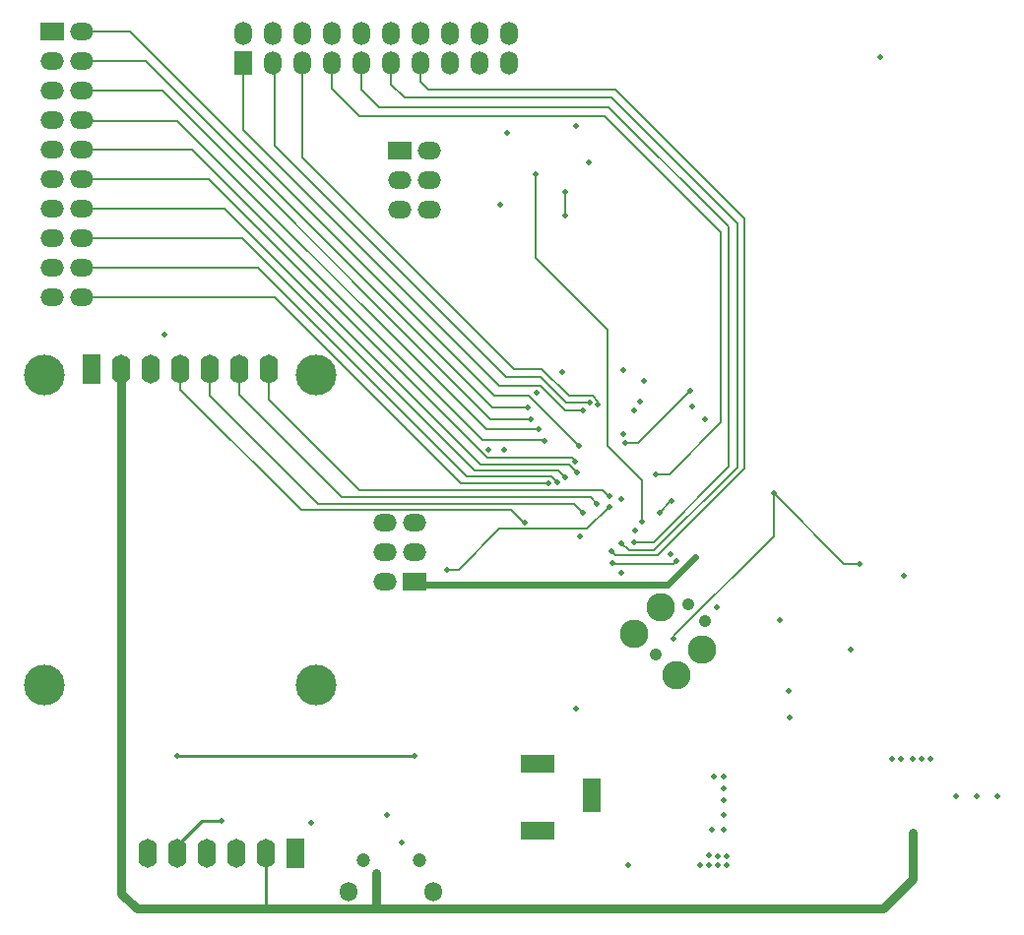
<source format=gbl>
G04*
G04 #@! TF.GenerationSoftware,Altium Limited,Altium Designer,19.0.15 (446)*
G04*
G04 Layer_Physical_Order=4*
G04 Layer_Color=16711680*
%FSLAX25Y25*%
%MOIN*%
G70*
G01*
G75*
%ADD11C,0.00787*%
%ADD13C,0.02362*%
%ADD17C,0.01000*%
%ADD79O,0.05906X0.06693*%
%ADD80C,0.04724*%
%ADD81O,0.06299X0.09843*%
%ADD82R,0.06299X0.09843*%
%ADD83C,0.13780*%
%ADD84C,0.04201*%
%ADD85C,0.09650*%
%ADD86R,0.11811X0.05906*%
%ADD87R,0.05906X0.11811*%
%ADD88O,0.05906X0.07874*%
%ADD89R,0.05906X0.07874*%
%ADD90O,0.07874X0.05906*%
%ADD91R,0.07874X0.05906*%
%ADD92C,0.01968*%
%ADD100C,0.03150*%
D11*
X32000Y220800D02*
X91000D01*
X31200D02*
X32000D01*
X31200Y220000D02*
X32000Y220800D01*
X91000D02*
X161600Y150200D01*
X190300D02*
X192400Y148100D01*
X161600Y150200D02*
X190300D01*
X125265Y145535D02*
X207656D01*
X209774Y143416D01*
X210000D01*
X94787Y176013D02*
X125265Y145535D01*
X168567Y156533D02*
X197167D01*
X74300Y250800D02*
X168567Y156533D01*
X31200Y250800D02*
X74300D01*
X169700Y169600D02*
X183200D01*
X58500Y280800D02*
X169700Y169600D01*
X31200Y280800D02*
X58500D01*
X52900Y290800D02*
X170200Y173500D01*
X31200Y290800D02*
X52900D01*
X170200Y173500D02*
X182200D01*
X171100Y177500D02*
X182573D01*
X47800Y300800D02*
X171100Y177500D01*
X31200Y300800D02*
X47800D01*
X172735Y180765D02*
X186635D01*
X86100Y267400D02*
X172735Y180765D01*
X86100Y267400D02*
Y290000D01*
X164300Y152300D02*
X192700D01*
X85800Y230800D02*
X164300Y152300D01*
X32000Y230800D02*
X85800D01*
X166400Y154200D02*
X196200D01*
X79800Y240800D02*
X166400Y154200D01*
X31200Y240800D02*
X79800D01*
X96516Y210800D02*
X159616Y147700D01*
X31200Y210800D02*
X96516D01*
X159616Y147700D02*
X189400D01*
X167045Y162454D02*
X187848D01*
X68700Y260800D02*
X167045Y162454D01*
X31200Y260800D02*
X68700D01*
X168204Y166172D02*
X186000D01*
X63776Y270600D02*
X168204Y166172D01*
X32100Y270600D02*
X63776D01*
X174900Y183800D02*
X186600D01*
X96600Y262100D02*
X174900Y183800D01*
X96600Y262100D02*
Y289500D01*
X177700Y186500D02*
X187100D01*
X106100Y258100D02*
X177700Y186500D01*
X106100Y258100D02*
Y290000D01*
X210700Y278400D02*
X253200Y235900D01*
X140500Y278400D02*
X210700D01*
X136100Y282800D02*
X140500Y278400D01*
X212100Y281300D02*
X255800Y237600D01*
X148600Y281300D02*
X212100D01*
X146100Y283800D02*
X148600Y281300D01*
X209800Y275300D02*
X250400Y234700D01*
X132000Y275300D02*
X209800D01*
X126100Y281200D02*
X132000Y275300D01*
X208200Y272300D02*
X247800Y232700D01*
X125200Y272300D02*
X208200D01*
X116100Y281400D02*
X125200Y272300D01*
X215200Y161600D02*
X219700D01*
X237300Y179200D01*
X231787Y95205D02*
Y96187D01*
X265500Y129900D01*
X211100Y120600D02*
X231718D01*
X146100Y283800D02*
Y290000D01*
X96100D02*
X96600Y289500D01*
X116100Y281400D02*
Y290000D01*
X265500Y129900D02*
Y144400D01*
X289231Y120669D02*
X294787D01*
X265500Y144400D02*
X289231Y120669D01*
X126100Y281200D02*
Y290000D01*
X154700Y118536D02*
X158867D01*
X172769Y132438D01*
X227000Y138000D02*
X230782Y141782D01*
X111300Y140900D02*
X198100D01*
X74787Y177413D02*
X111300Y140900D01*
X74787Y177413D02*
Y186669D01*
X105700Y138700D02*
X176750D01*
X64787Y179613D02*
X105700Y138700D01*
X64787Y179613D02*
Y186669D01*
X119400Y143100D02*
X203510D01*
X84787Y177713D02*
X119400Y143100D01*
X84787Y177713D02*
Y186669D01*
X94787Y176013D02*
Y186669D01*
X203510Y143100D02*
X205610Y141000D01*
X198100Y140900D02*
X201000Y138000D01*
X176750Y138700D02*
X180847Y134603D01*
X247800Y168400D02*
Y232700D01*
X230169Y150769D02*
X247800Y168400D01*
X136100Y282800D02*
Y290000D01*
X250400Y153400D02*
Y234700D01*
X253200Y153200D02*
Y235900D01*
X231718Y120600D02*
X232787Y121669D01*
X225004Y128004D02*
X250400Y153400D01*
X225100Y125100D02*
X253200Y153200D01*
X255800Y152800D02*
Y237600D01*
X226400Y123400D02*
X255800Y152800D01*
X218413Y128004D02*
X225004D01*
X216500Y125100D02*
X225100D01*
X212062Y123400D02*
X226400D01*
X210562Y124900D02*
X212062Y123400D01*
X210500Y124900D02*
X210562D01*
X214000Y127600D02*
X216500Y125100D01*
X225600Y150769D02*
X230169D01*
X206100Y174500D02*
Y175462D01*
X204197Y177365D02*
X206100Y175462D01*
X196235Y177365D02*
X204197D01*
X194900Y172500D02*
X201100D01*
X186635Y180765D02*
X194900Y172500D01*
X195200Y175200D02*
X203300D01*
X186600Y183800D02*
X195200Y175200D01*
X187100Y186500D02*
X196235Y177365D01*
X182573Y177500D02*
X199673Y160400D01*
X209400Y160600D02*
X221000Y149000D01*
X209400Y160600D02*
Y199900D01*
X221000Y135000D02*
Y149000D01*
X185000Y224300D02*
X209400Y199900D01*
X185000Y224300D02*
Y252400D01*
X197167Y156533D02*
X198400Y155300D01*
X196200Y154200D02*
X198900Y151500D01*
X192700Y152300D02*
X195000Y150000D01*
Y238700D02*
Y246400D01*
Y238700D02*
X195100Y238600D01*
X230782Y141782D02*
X231000D01*
X202881Y175619D02*
X203300Y175200D01*
X172769Y132438D02*
X202438D01*
X210000Y140000D01*
X180847Y134603D02*
X181283D01*
D13*
X144900Y113600D02*
X229707D01*
X144000Y114500D02*
X144900Y113600D01*
X229707D02*
X238976Y122869D01*
D17*
X63787Y55669D02*
X144000D01*
X71957Y33354D02*
X78787D01*
X63787Y25185D02*
X71957Y33354D01*
X63787Y22669D02*
Y25185D01*
X93787Y4000D02*
Y22669D01*
D79*
X121752Y9669D02*
D03*
X150295D02*
D03*
D80*
X145571Y20276D02*
D03*
X126476Y20274D02*
D03*
D81*
X54787Y186669D02*
D03*
X44787D02*
D03*
X64787D02*
D03*
X84787D02*
D03*
X74787D02*
D03*
X94787D02*
D03*
X63787Y22669D02*
D03*
X73787D02*
D03*
X93787D02*
D03*
X83787D02*
D03*
X53787D02*
D03*
D82*
X34787Y186669D02*
D03*
X103787Y22669D02*
D03*
D83*
X18787Y184669D02*
D03*
X110787D02*
D03*
Y79669D02*
D03*
X18787D02*
D03*
D84*
X225484Y89902D02*
D03*
X236798Y106872D02*
D03*
X242455Y101215D02*
D03*
D85*
X218413Y96973D02*
D03*
X232555Y82830D02*
D03*
X227252Y105811D02*
D03*
X241394Y91669D02*
D03*
D86*
X185787Y30150D02*
D03*
Y52787D02*
D03*
D87*
X204095Y42158D02*
D03*
D88*
X175900Y300200D02*
D03*
X165900D02*
D03*
X155900D02*
D03*
X145900D02*
D03*
X135900D02*
D03*
X125900D02*
D03*
X115900D02*
D03*
X105900D02*
D03*
X95900D02*
D03*
X85900D02*
D03*
X95900Y290200D02*
D03*
X105900D02*
D03*
X115900D02*
D03*
X125900D02*
D03*
X135900D02*
D03*
X145900D02*
D03*
X155900D02*
D03*
X165900D02*
D03*
X175900D02*
D03*
D89*
X85900D02*
D03*
D90*
X31200Y210800D02*
D03*
Y220800D02*
D03*
Y230800D02*
D03*
Y240800D02*
D03*
Y250800D02*
D03*
Y260800D02*
D03*
Y270800D02*
D03*
Y280800D02*
D03*
Y290800D02*
D03*
Y300800D02*
D03*
X21200Y290800D02*
D03*
Y280800D02*
D03*
Y270800D02*
D03*
Y260800D02*
D03*
Y250800D02*
D03*
Y240800D02*
D03*
Y230800D02*
D03*
Y220800D02*
D03*
Y210800D02*
D03*
X139087Y240569D02*
D03*
Y250569D02*
D03*
X149087Y260569D02*
D03*
Y250569D02*
D03*
Y240569D02*
D03*
X134000Y134500D02*
D03*
Y124500D02*
D03*
Y114500D02*
D03*
X144000Y124500D02*
D03*
Y134500D02*
D03*
D91*
X21200Y300800D02*
D03*
X139087Y260569D02*
D03*
X144000Y114500D02*
D03*
D92*
X130905Y15811D02*
D03*
X139787Y26169D02*
D03*
X192400Y148100D02*
D03*
X168900Y159262D02*
D03*
X198800Y268700D02*
D03*
X215200Y161600D02*
D03*
X175200Y266500D02*
D03*
X246300Y105811D02*
D03*
X231787Y95205D02*
D03*
X309787Y116669D02*
D03*
X155000Y118536D02*
D03*
X291787Y91614D02*
D03*
X108815Y32900D02*
D03*
X221787Y182669D02*
D03*
X242387Y169369D02*
D03*
X220311Y175669D02*
D03*
X218300Y172500D02*
D03*
X231000Y141782D02*
D03*
X227000Y138000D02*
D03*
X218500Y131700D02*
D03*
X232787Y121669D02*
D03*
X230529Y123800D02*
D03*
X238976Y122869D02*
D03*
X214100Y117500D02*
D03*
X211100Y120700D02*
D03*
X185300Y178600D02*
D03*
X216150Y18669D02*
D03*
X218413Y128004D02*
D03*
X210500Y124900D02*
D03*
X214000Y127600D02*
D03*
X225600Y150769D02*
D03*
X193900Y185400D02*
D03*
X237300Y179200D02*
D03*
X265500Y144400D02*
D03*
X189400Y147700D02*
D03*
X182200Y173500D02*
D03*
X183200Y169600D02*
D03*
X174300Y159262D02*
D03*
X198900Y151500D02*
D03*
X198400Y155300D02*
D03*
X202900Y256600D02*
D03*
X195000Y246400D02*
D03*
X195100Y238600D02*
D03*
X173029Y242200D02*
D03*
X199673Y160400D02*
D03*
X185000Y252400D02*
D03*
X206100Y174500D02*
D03*
X203300Y175200D02*
D03*
X201100Y172500D02*
D03*
X214000Y142569D02*
D03*
X210000Y143416D02*
D03*
X214600Y164400D02*
D03*
X181283Y134603D02*
D03*
X205610Y141000D02*
D03*
X200000Y130000D02*
D03*
X201000Y138000D02*
D03*
X195000Y150000D02*
D03*
X210000Y140000D02*
D03*
X221000Y135000D02*
D03*
X186000Y166172D02*
D03*
X188000Y162303D02*
D03*
X59287Y198100D02*
D03*
X144000Y55669D02*
D03*
X238046Y173728D02*
D03*
X294787Y120669D02*
D03*
X63787Y55669D02*
D03*
X267787Y101669D02*
D03*
X270787Y77669D02*
D03*
X270843Y68669D02*
D03*
X214637Y186314D02*
D03*
X78787Y33354D02*
D03*
X134787Y35669D02*
D03*
X301500Y292027D02*
D03*
X312787Y20669D02*
D03*
Y23669D02*
D03*
Y26669D02*
D03*
Y29651D02*
D03*
X341287Y41791D02*
D03*
X334287D02*
D03*
X327287D02*
D03*
X248787Y35669D02*
D03*
Y44669D02*
D03*
Y30669D02*
D03*
X244667D02*
D03*
X248787Y40669D02*
D03*
Y48669D02*
D03*
X245287D02*
D03*
X198787Y71669D02*
D03*
X318787Y54669D02*
D03*
X315787D02*
D03*
X312787D02*
D03*
X308787D02*
D03*
X305787D02*
D03*
X240472Y18669D02*
D03*
X243787D02*
D03*
X246787D02*
D03*
X249787D02*
D03*
Y21669D02*
D03*
X246787D02*
D03*
X243787Y21874D02*
D03*
D100*
X49827Y3961D02*
X93787D01*
X122989D01*
X130000Y4000D02*
X147090D01*
X130905Y4905D02*
Y15811D01*
X130000Y4000D02*
X130905Y4905D01*
X123028Y4000D02*
X130000D01*
X122989Y3961D02*
X123028Y4000D01*
X151572D02*
X302787D01*
X151532Y3961D02*
X151572Y4000D01*
X147129Y3961D02*
X151532D01*
X147090Y4000D02*
X147129Y3961D01*
X302787Y4000D02*
X312787Y14000D01*
X44787Y9000D02*
X49827Y3961D01*
X44787Y9000D02*
X44787Y186669D01*
X312787Y14000D02*
Y20669D01*
Y23669D01*
Y26669D01*
Y29651D01*
M02*

</source>
